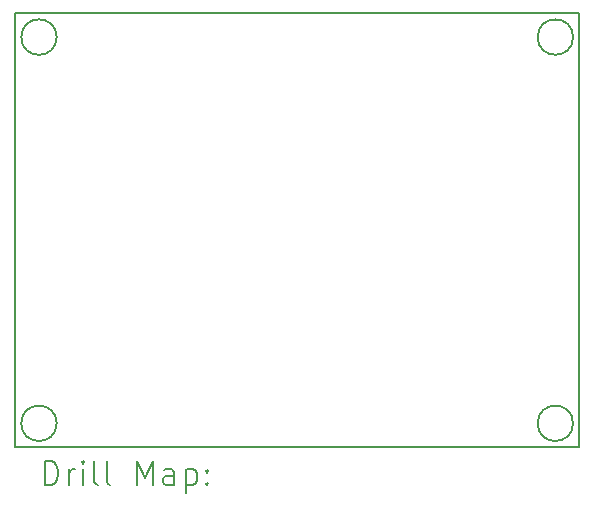
<source format=gbr>
%TF.GenerationSoftware,KiCad,Pcbnew,7.0.11-7.0.11~ubuntu22.04.1*%
%TF.CreationDate,2024-09-17T11:44:18+02:00*%
%TF.ProjectId,BAU-Elec,4241552d-456c-4656-932e-6b696361645f,rev?*%
%TF.SameCoordinates,Original*%
%TF.FileFunction,Drillmap*%
%TF.FilePolarity,Positive*%
%FSLAX45Y45*%
G04 Gerber Fmt 4.5, Leading zero omitted, Abs format (unit mm)*
G04 Created by KiCad (PCBNEW 7.0.11-7.0.11~ubuntu22.04.1) date 2024-09-17 11:44:18*
%MOMM*%
%LPD*%
G01*
G04 APERTURE LIST*
%ADD10C,0.200000*%
G04 APERTURE END LIST*
D10*
X4597000Y-5051000D02*
G75*
G03*
X4297000Y-5051000I-150000J0D01*
G01*
X4297000Y-5051000D02*
G75*
G03*
X4597000Y-5051000I150000J0D01*
G01*
X4597000Y-1781000D02*
G75*
G03*
X4297000Y-1781000I-150000J0D01*
G01*
X4297000Y-1781000D02*
G75*
G03*
X4597000Y-1781000I150000J0D01*
G01*
X8969000Y-5051000D02*
G75*
G03*
X8669000Y-5051000I-150000J0D01*
G01*
X8669000Y-5051000D02*
G75*
G03*
X8969000Y-5051000I150000J0D01*
G01*
X4247000Y-1581000D02*
X9019000Y-1581000D01*
X9019000Y-5251000D01*
X4247000Y-5251000D01*
X4247000Y-1581000D01*
X8969000Y-1781000D02*
G75*
G03*
X8669000Y-1781000I-150000J0D01*
G01*
X8669000Y-1781000D02*
G75*
G03*
X8969000Y-1781000I150000J0D01*
G01*
X4497777Y-5572484D02*
X4497777Y-5372484D01*
X4497777Y-5372484D02*
X4545396Y-5372484D01*
X4545396Y-5372484D02*
X4573967Y-5382008D01*
X4573967Y-5382008D02*
X4593015Y-5401055D01*
X4593015Y-5401055D02*
X4602539Y-5420103D01*
X4602539Y-5420103D02*
X4612063Y-5458198D01*
X4612063Y-5458198D02*
X4612063Y-5486770D01*
X4612063Y-5486770D02*
X4602539Y-5524865D01*
X4602539Y-5524865D02*
X4593015Y-5543912D01*
X4593015Y-5543912D02*
X4573967Y-5562960D01*
X4573967Y-5562960D02*
X4545396Y-5572484D01*
X4545396Y-5572484D02*
X4497777Y-5572484D01*
X4697777Y-5572484D02*
X4697777Y-5439150D01*
X4697777Y-5477246D02*
X4707301Y-5458198D01*
X4707301Y-5458198D02*
X4716824Y-5448674D01*
X4716824Y-5448674D02*
X4735872Y-5439150D01*
X4735872Y-5439150D02*
X4754920Y-5439150D01*
X4821586Y-5572484D02*
X4821586Y-5439150D01*
X4821586Y-5372484D02*
X4812063Y-5382008D01*
X4812063Y-5382008D02*
X4821586Y-5391531D01*
X4821586Y-5391531D02*
X4831110Y-5382008D01*
X4831110Y-5382008D02*
X4821586Y-5372484D01*
X4821586Y-5372484D02*
X4821586Y-5391531D01*
X4945396Y-5572484D02*
X4926348Y-5562960D01*
X4926348Y-5562960D02*
X4916824Y-5543912D01*
X4916824Y-5543912D02*
X4916824Y-5372484D01*
X5050158Y-5572484D02*
X5031110Y-5562960D01*
X5031110Y-5562960D02*
X5021586Y-5543912D01*
X5021586Y-5543912D02*
X5021586Y-5372484D01*
X5278729Y-5572484D02*
X5278729Y-5372484D01*
X5278729Y-5372484D02*
X5345396Y-5515341D01*
X5345396Y-5515341D02*
X5412063Y-5372484D01*
X5412063Y-5372484D02*
X5412063Y-5572484D01*
X5593015Y-5572484D02*
X5593015Y-5467722D01*
X5593015Y-5467722D02*
X5583491Y-5448674D01*
X5583491Y-5448674D02*
X5564444Y-5439150D01*
X5564444Y-5439150D02*
X5526348Y-5439150D01*
X5526348Y-5439150D02*
X5507301Y-5448674D01*
X5593015Y-5562960D02*
X5573967Y-5572484D01*
X5573967Y-5572484D02*
X5526348Y-5572484D01*
X5526348Y-5572484D02*
X5507301Y-5562960D01*
X5507301Y-5562960D02*
X5497777Y-5543912D01*
X5497777Y-5543912D02*
X5497777Y-5524865D01*
X5497777Y-5524865D02*
X5507301Y-5505817D01*
X5507301Y-5505817D02*
X5526348Y-5496293D01*
X5526348Y-5496293D02*
X5573967Y-5496293D01*
X5573967Y-5496293D02*
X5593015Y-5486770D01*
X5688253Y-5439150D02*
X5688253Y-5639150D01*
X5688253Y-5448674D02*
X5707301Y-5439150D01*
X5707301Y-5439150D02*
X5745396Y-5439150D01*
X5745396Y-5439150D02*
X5764443Y-5448674D01*
X5764443Y-5448674D02*
X5773967Y-5458198D01*
X5773967Y-5458198D02*
X5783491Y-5477246D01*
X5783491Y-5477246D02*
X5783491Y-5534389D01*
X5783491Y-5534389D02*
X5773967Y-5553436D01*
X5773967Y-5553436D02*
X5764443Y-5562960D01*
X5764443Y-5562960D02*
X5745396Y-5572484D01*
X5745396Y-5572484D02*
X5707301Y-5572484D01*
X5707301Y-5572484D02*
X5688253Y-5562960D01*
X5869205Y-5553436D02*
X5878729Y-5562960D01*
X5878729Y-5562960D02*
X5869205Y-5572484D01*
X5869205Y-5572484D02*
X5859682Y-5562960D01*
X5859682Y-5562960D02*
X5869205Y-5553436D01*
X5869205Y-5553436D02*
X5869205Y-5572484D01*
X5869205Y-5448674D02*
X5878729Y-5458198D01*
X5878729Y-5458198D02*
X5869205Y-5467722D01*
X5869205Y-5467722D02*
X5859682Y-5458198D01*
X5859682Y-5458198D02*
X5869205Y-5448674D01*
X5869205Y-5448674D02*
X5869205Y-5467722D01*
M02*

</source>
